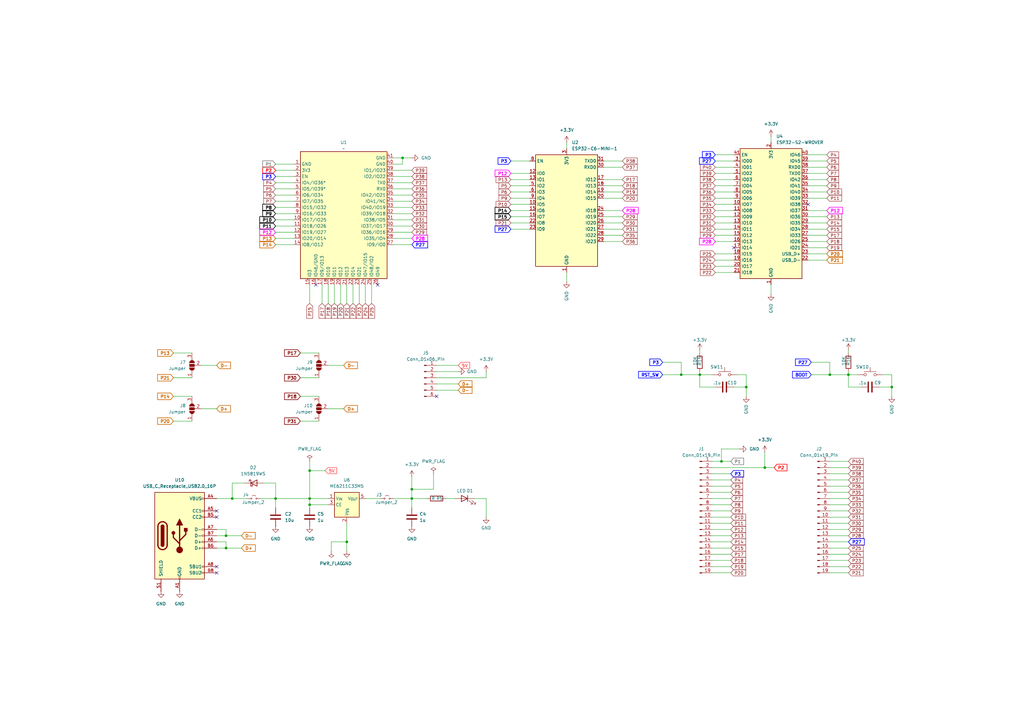
<source format=kicad_sch>
(kicad_sch (version 20250114) (generator "eeschema") (generator_version "9.0")
  (paper "A3")
  (junction (at 365.76 158.75))
  (junction (at 142.24 222.25))
  (junction (at 347.98 153.67))
  (junction (at 168.91 200.66))
  (junction (at 95.25 204.47))
  (junction (at 165.1 64.77))
  (junction (at 127 204.47))
  (junction (at 92.71 224.79))
  (junction (at 306.07 158.75))
  (junction (at 113.03 204.47))
  (junction (at 340.36 153.67))
  (junction (at 279.4 153.67))
  (junction (at 127 207.01))
  (junction (at 168.91 204.47))
  (junction (at 295.91 189.23))
  (junction (at 92.71 219.71))
  (junction (at 127 193.04))
  (junction (at 287.02 153.67))
  (junction (at 313.69 191.77))
  (no_connect (at 331.47 83.82))
  (no_connect (at 154.94 116.84))
  (no_connect (at 88.9 209.55))
  (no_connect (at 179.07 162.56))
  (no_connect (at 300.99 101.6))
  (no_connect (at 88.9 234.95))
  (no_connect (at 88.9 212.09))
  (no_connect (at 129.54 116.84))
  (no_connect (at 88.9 232.41))
  (wire (pts (xy 339.09 93.98) (xy 331.47 93.98)))
  (wire (pts (xy 293.37 68.58) (xy 300.99 68.58)))
  (wire (pts (xy 299.72 207.01) (xy 292.1 207.01)))
  (wire (pts (xy 134.62 124.46) (xy 134.62 116.84)))
  (wire (pts (xy 299.72 227.33) (xy 292.1 227.33)))
  (wire (pts (xy 113.03 100.33) (xy 120.65 100.33)))
  (wire (pts (xy 293.37 109.22) (xy 300.99 109.22)))
  (wire (pts (xy 255.27 93.98) (xy 247.65 93.98)))
  (wire (pts (xy 113.03 74.93) (xy 120.65 74.93)))
  (wire (pts (xy 106.68 204.47) (xy 113.03 204.47)))
  (wire (pts (xy 209.55 88.9) (xy 217.17 88.9)))
  (wire (pts (xy 168.91 87.63) (xy 161.29 87.63)))
  (wire (pts (xy 347.98 153.67) (xy 347.98 158.75)))
  (wire (pts (xy 139.7 124.46) (xy 139.7 116.84)))
  (wire (pts (xy 127 208.28) (xy 127 207.01)))
  (wire (pts (xy 299.72 201.93) (xy 292.1 201.93)))
  (wire (pts (xy 292.1 153.67) (xy 287.02 153.67)))
  (wire (pts (xy 299.72 209.55) (xy 292.1 209.55)))
  (wire (pts (xy 293.37 71.12) (xy 300.99 71.12)))
  (wire (pts (xy 299.72 222.25) (xy 292.1 222.25)))
  (wire (pts (xy 168.91 80.01) (xy 161.29 80.01)))
  (wire (pts (xy 232.41 111.76) (xy 232.41 115.57)))
  (wire (pts (xy 92.71 224.79) (xy 99.06 224.79)))
  (wire (pts (xy 293.37 83.82) (xy 300.99 83.82)))
  (wire (pts (xy 339.09 104.14) (xy 331.47 104.14)))
  (wire (pts (xy 316.23 55.88) (xy 316.23 58.42)))
  (wire (pts (xy 347.98 212.09) (xy 340.36 212.09)))
  (wire (pts (xy 209.55 83.82) (xy 217.17 83.82)))
  (wire (pts (xy 168.91 92.71) (xy 161.29 92.71)))
  (wire (pts (xy 113.03 90.17) (xy 120.65 90.17)))
  (wire (pts (xy 92.71 219.71) (xy 99.06 219.71)))
  (wire (pts (xy 134.62 167.64) (xy 140.97 167.64)))
  (wire (pts (xy 127 189.23) (xy 127 193.04)))
  (wire (pts (xy 147.32 124.46) (xy 147.32 116.84)))
  (wire (pts (xy 279.4 148.59) (xy 279.4 153.67)))
  (wire (pts (xy 135.89 222.25) (xy 135.89 226.06)))
  (wire (pts (xy 209.55 81.28) (xy 217.17 81.28)))
  (wire (pts (xy 113.03 80.01) (xy 120.65 80.01)))
  (wire (pts (xy 199.39 212.09) (xy 199.39 204.47)))
  (wire (pts (xy 271.78 153.67) (xy 279.4 153.67)))
  (wire (pts (xy 127 207.01) (xy 134.62 207.01)))
  (wire (pts (xy 293.37 99.06) (xy 300.99 99.06)))
  (wire (pts (xy 127 204.47) (xy 134.62 204.47)))
  (wire (pts (xy 339.09 81.28) (xy 331.47 81.28)))
  (wire (pts (xy 168.91 82.55) (xy 161.29 82.55)))
  (wire (pts (xy 149.86 204.47) (xy 156.21 204.47)))
  (wire (pts (xy 168.91 95.25) (xy 161.29 95.25)))
  (wire (pts (xy 142.24 222.25) (xy 142.24 226.06)))
  (wire (pts (xy 134.62 149.86) (xy 140.97 149.86)))
  (wire (pts (xy 165.1 64.77) (xy 168.91 64.77)))
  (wire (pts (xy 365.76 162.56) (xy 365.76 158.75)))
  (wire (pts (xy 340.36 153.67) (xy 347.98 153.67)))
  (wire (pts (xy 255.27 86.36) (xy 247.65 86.36)))
  (wire (pts (xy 339.09 99.06) (xy 331.47 99.06)))
  (wire (pts (xy 299.72 224.79) (xy 292.1 224.79)))
  (wire (pts (xy 293.37 81.28) (xy 300.99 81.28)))
  (wire (pts (xy 347.98 224.79) (xy 340.36 224.79)))
  (wire (pts (xy 209.55 71.12) (xy 217.17 71.12)))
  (wire (pts (xy 339.09 71.12) (xy 331.47 71.12)))
  (wire (pts (xy 299.72 196.85) (xy 292.1 196.85)))
  (wire (pts (xy 347.98 219.71) (xy 340.36 219.71)))
  (wire (pts (xy 88.9 224.79) (xy 92.71 224.79)))
  (wire (pts (xy 168.91 72.39) (xy 161.29 72.39)))
  (wire (pts (xy 113.03 204.47) (xy 127 204.47)))
  (wire (pts (xy 339.09 96.52) (xy 331.47 96.52)))
  (wire (pts (xy 168.91 204.47) (xy 168.91 208.28)))
  (wire (pts (xy 88.9 204.47) (xy 95.25 204.47)))
  (wire (pts (xy 95.25 198.12) (xy 100.33 198.12)))
  (wire (pts (xy 88.9 217.17) (xy 92.71 217.17)))
  (wire (pts (xy 107.95 198.12) (xy 113.03 198.12)))
  (wire (pts (xy 209.55 78.74) (xy 217.17 78.74)))
  (wire (pts (xy 339.09 66.04) (xy 331.47 66.04)))
  (wire (pts (xy 293.37 104.14) (xy 300.99 104.14)))
  (wire (pts (xy 168.91 200.66) (xy 168.91 204.47)))
  (wire (pts (xy 293.37 73.66) (xy 300.99 73.66)))
  (wire (pts (xy 137.16 124.46) (xy 137.16 116.84)))
  (wire (pts (xy 339.09 88.9) (xy 331.47 88.9)))
  (wire (pts (xy 299.72 217.17) (xy 292.1 217.17)))
  (wire (pts (xy 209.55 76.2) (xy 217.17 76.2)))
  (wire (pts (xy 339.09 91.44) (xy 331.47 91.44)))
  (wire (pts (xy 113.03 85.09) (xy 120.65 85.09)))
  (wire (pts (xy 306.07 158.75) (xy 300.99 158.75)))
  (wire (pts (xy 293.37 63.5) (xy 300.99 63.5)))
  (wire (pts (xy 347.98 229.87) (xy 340.36 229.87)))
  (wire (pts (xy 123.19 172.72) (xy 130.81 172.72)))
  (wire (pts (xy 71.12 154.94) (xy 78.74 154.94)))
  (wire (pts (xy 347.98 234.95) (xy 340.36 234.95)))
  (wire (pts (xy 347.98 227.33) (xy 340.36 227.33)))
  (wire (pts (xy 293.37 86.36) (xy 300.99 86.36)))
  (wire (pts (xy 149.86 124.46) (xy 149.86 116.84)))
  (wire (pts (xy 306.07 153.67) (xy 302.26 153.67)))
  (wire (pts (xy 113.03 198.12) (xy 113.03 204.47)))
  (wire (pts (xy 161.29 67.31) (xy 165.1 67.31)))
  (wire (pts (xy 293.37 91.44) (xy 300.99 91.44)))
  (wire (pts (xy 306.07 153.67) (xy 306.07 158.75)))
  (wire (pts (xy 133.35 193.04) (xy 127 193.04)))
  (wire (pts (xy 113.03 72.39) (xy 120.65 72.39)))
  (wire (pts (xy 339.09 76.2) (xy 331.47 76.2)))
  (wire (pts (xy 347.98 144.78) (xy 347.98 143.51)))
  (wire (pts (xy 347.98 214.63) (xy 340.36 214.63)))
  (wire (pts (xy 255.27 76.2) (xy 247.65 76.2)))
  (wire (pts (xy 293.37 93.98) (xy 300.99 93.98)))
  (wire (pts (xy 113.03 97.79) (xy 120.65 97.79)))
  (wire (pts (xy 339.09 78.74) (xy 331.47 78.74)))
  (wire (pts (xy 168.91 74.93) (xy 161.29 74.93)))
  (wire (pts (xy 113.03 69.85) (xy 120.65 69.85)))
  (wire (pts (xy 123.19 154.94) (xy 130.81 154.94)))
  (wire (pts (xy 293.37 76.2) (xy 300.99 76.2)))
  (wire (pts (xy 347.98 209.55) (xy 340.36 209.55)))
  (wire (pts (xy 339.09 101.6) (xy 331.47 101.6)))
  (wire (pts (xy 127 207.01) (xy 127 204.47)))
  (wire (pts (xy 209.55 86.36) (xy 217.17 86.36)))
  (wire (pts (xy 293.37 88.9) (xy 300.99 88.9)))
  (wire (pts (xy 299.72 194.31) (xy 292.1 194.31)))
  (wire (pts (xy 279.4 153.67) (xy 287.02 153.67)))
  (wire (pts (xy 339.09 68.58) (xy 331.47 68.58)))
  (wire (pts (xy 299.72 199.39) (xy 292.1 199.39)))
  (wire (pts (xy 199.39 204.47) (xy 194.31 204.47)))
  (wire (pts (xy 347.98 191.77) (xy 340.36 191.77)))
  (wire (pts (xy 209.55 66.04) (xy 217.17 66.04)))
  (wire (pts (xy 113.03 92.71) (xy 120.65 92.71)))
  (wire (pts (xy 187.96 149.86) (xy 179.07 149.86)))
  (wire (pts (xy 71.12 162.56) (xy 78.74 162.56)))
  (wire (pts (xy 179.07 160.02) (xy 187.96 160.02)))
  (wire (pts (xy 293.37 78.74) (xy 300.99 78.74)))
  (wire (pts (xy 347.98 201.93) (xy 340.36 201.93)))
  (wire (pts (xy 339.09 73.66) (xy 331.47 73.66)))
  (wire (pts (xy 209.55 73.66) (xy 217.17 73.66)))
  (wire (pts (xy 186.69 204.47) (xy 182.88 204.47)))
  (wire (pts (xy 347.98 194.31) (xy 340.36 194.31)))
  (wire (pts (xy 168.91 195.58) (xy 168.91 200.66)))
  (wire (pts (xy 299.72 204.47) (xy 292.1 204.47)))
  (wire (pts (xy 351.79 153.67) (xy 347.98 153.67)))
  (wire (pts (xy 365.76 153.67) (xy 365.76 158.75)))
  (wire (pts (xy 168.91 97.79) (xy 161.29 97.79)))
  (wire (pts (xy 152.4 124.46) (xy 152.4 116.84)))
  (wire (pts (xy 161.29 64.77) (xy 165.1 64.77)))
  (wire (pts (xy 113.03 95.25) (xy 120.65 95.25)))
  (wire (pts (xy 82.55 149.86) (xy 88.9 149.86)))
  (wire (pts (xy 168.91 100.33) (xy 161.29 100.33)))
  (wire (pts (xy 293.37 66.04) (xy 300.99 66.04)))
  (wire (pts (xy 168.91 200.66) (xy 177.8 200.66)))
  (wire (pts (xy 255.27 73.66) (xy 247.65 73.66)))
  (wire (pts (xy 113.03 208.28) (xy 113.03 204.47)))
  (wire (pts (xy 199.39 154.94) (xy 179.07 154.94)))
  (wire (pts (xy 287.02 152.4) (xy 287.02 153.67)))
  (wire (pts (xy 339.09 86.36) (xy 331.47 86.36)))
  (wire (pts (xy 316.23 116.84) (xy 316.23 120.65)))
  (wire (pts (xy 347.98 152.4) (xy 347.98 153.67)))
  (wire (pts (xy 313.69 191.77) (xy 313.69 185.42)))
  (wire (pts (xy 71.12 144.78) (xy 78.74 144.78)))
  (wire (pts (xy 161.29 204.47) (xy 168.91 204.47)))
  (wire (pts (xy 347.98 196.85) (xy 340.36 196.85)))
  (wire (pts (xy 142.24 214.63) (xy 142.24 222.25)))
  (wire (pts (xy 347.98 232.41) (xy 340.36 232.41)))
  (wire (pts (xy 353.06 158.75) (xy 347.98 158.75)))
  (wire (pts (xy 175.26 204.47) (xy 168.91 204.47)))
  (wire (pts (xy 332.74 148.59) (xy 340.36 148.59)))
  (wire (pts (xy 82.55 167.64) (xy 88.9 167.64)))
  (wire (pts (xy 295.91 184.15) (xy 295.91 189.23)))
  (wire (pts (xy 299.72 234.95) (xy 292.1 234.95)))
  (wire (pts (xy 92.71 224.79) (xy 92.71 222.25)))
  (wire (pts (xy 135.89 222.25) (xy 142.24 222.25)))
  (wire (pts (xy 255.27 66.04) (xy 247.65 66.04)))
  (wire (pts (xy 293.37 158.75) (xy 287.02 158.75)))
  (wire (pts (xy 113.03 87.63) (xy 120.65 87.63)))
  (wire (pts (xy 299.72 229.87) (xy 292.1 229.87)))
  (wire (pts (xy 142.24 124.46) (xy 142.24 116.84)))
  (wire (pts (xy 340.36 189.23) (xy 347.98 189.23)))
  (wire (pts (xy 177.8 200.66) (xy 177.8 194.31)))
  (wire (pts (xy 168.91 69.85) (xy 161.29 69.85)))
  (wire (pts (xy 287.02 153.67) (xy 287.02 158.75)))
  (wire (pts (xy 199.39 152.4) (xy 199.39 154.94)))
  (wire (pts (xy 287.02 144.78) (xy 287.02 143.51)))
  (wire (pts (xy 255.27 96.52) (xy 247.65 96.52)))
  (wire (pts (xy 365.76 158.75) (xy 360.68 158.75)))
  (wire (pts (xy 255.27 78.74) (xy 247.65 78.74)))
  (wire (pts (xy 168.91 90.17) (xy 161.29 90.17)))
  (wire (pts (xy 232.41 58.42) (xy 232.41 60.96)))
  (wire (pts (xy 88.9 219.71) (xy 92.71 219.71)))
  (wire (pts (xy 347.98 204.47) (xy 340.36 204.47)))
  (wire (pts (xy 144.78 124.46) (xy 144.78 116.84)))
  (wire (pts (xy 123.19 144.78) (xy 130.81 144.78)))
  (wire (pts (xy 71.12 172.72) (xy 78.74 172.72)))
  (wire (pts (xy 299.72 219.71) (xy 292.1 219.71)))
  (wire (pts (xy 209.55 91.44) (xy 217.17 91.44)))
  (wire (pts (xy 209.55 93.98) (xy 217.17 93.98)))
  (wire (pts (xy 303.53 184.15) (xy 295.91 184.15)))
  (wire (pts (xy 92.71 219.71) (xy 92.71 217.17)))
  (wire (pts (xy 299.72 212.09) (xy 292.1 212.09)))
  (wire (pts (xy 95.25 198.12) (xy 95.25 204.47)))
  (wire (pts (xy 127 193.04) (xy 127 204.47)))
  (wire (pts (xy 347.98 207.01) (xy 340.36 207.01)))
  (wire (pts (xy 306.07 162.56) (xy 306.07 158.75)))
  (wire (pts (xy 347.98 217.17) (xy 340.36 217.17)))
  (wire (pts (xy 365.76 153.67) (xy 361.95 153.67)))
  (wire (pts (xy 255.27 91.44) (xy 247.65 91.44)))
  (wire (pts (xy 299.72 189.23) (xy 295.91 189.23)))
  (wire (pts (xy 313.69 191.77) (xy 292.1 191.77)))
  (wire (pts (xy 299.72 232.41) (xy 292.1 232.41)))
  (wire (pts (xy 113.03 82.55) (xy 120.65 82.55)))
  (wire (pts (xy 293.37 96.52) (xy 300.99 96.52)))
  (wire (pts (xy 339.09 106.68) (xy 331.47 106.68)))
  (wire (pts (xy 255.27 88.9) (xy 247.65 88.9)))
  (wire (pts (xy 339.09 63.5) (xy 331.47 63.5)))
  (wire (pts (xy 123.19 162.56) (xy 130.81 162.56)))
  (wire (pts (xy 271.78 148.59) (xy 279.4 148.59)))
  (wire (pts (xy 88.9 222.25) (xy 92.71 222.25)))
  (wire (pts (xy 299.72 214.63) (xy 292.1 214.63)))
  (wire (pts (xy 255.27 81.28) (xy 247.65 81.28)))
  (wire (pts (xy 347.98 222.25) (xy 340.36 222.25)))
  (wire (pts (xy 332.74 153.67) (xy 340.36 153.67)))
  (wire (pts (xy 317.5 191.77) (xy 313.69 191.77)))
  (wire (pts (xy 113.03 67.31) (xy 120.65 67.31)))
  (wire (pts (xy 295.91 189.23) (xy 292.1 189.23)))
  (wire (pts (xy 168.91 77.47) (xy 161.29 77.47)))
  (wire (pts (xy 179.07 152.4) (xy 187.96 152.4)))
  (wire (pts (xy 179.07 157.48) (xy 187.96 157.48)))
  (wire (pts (xy 293.37 111.76) (xy 300.99 111.76)))
  (wire (pts (xy 168.91 85.09) (xy 161.29 85.09)))
  (wire (pts (xy 293.37 106.68) (xy 300.99 106.68)))
  (wire (pts (xy 165.1 64.77) (xy 165.1 67.31)))
  (wire (pts (xy 127 124.46) (xy 127 116.84)))
  (wire (pts (xy 132.08 124.46) (xy 132.08 116.84)))
  (wire (pts (xy 255.27 68.58) (xy 247.65 68.58)))
  (wire (pts (xy 95.25 204.47) (xy 101.6 204.47)))
  (wire (pts (xy 255.27 99.06) (xy 247.65 99.06)))
  (wire (pts (xy 113.03 77.47) (xy 120.65 77.47)))
  (wire (pts (xy 347.98 199.39) (xy 340.36 199.39)))
  (wire (pts (xy 340.36 148.59) (xy 340.36 153.67)))
  (global_label "P33" (shape input) (at 293.37 86.36 180) (property "Intersheetrefs" "${INTERSHEET_REFS}" (effects (hide yes))))
  (global_label "P23" (shape input) (at 147.32 124.46 270) (property "Intersheetrefs" "${INTERSHEET_REFS}" (effects (hide yes))))
  (global_label "RST_SW" (shape input) (at 271.78 153.67 180) (effects (font (thickness 0.254) (bold yes))) (property "Intersheetrefs" "${INTERSHEET_REFS}" (effects (hide yes))))
  (global_label "P28" (shape input) (at 347.98 219.71 0) (property "Intersheetrefs" "${INTERSHEET_REFS}" (effects (hide yes))))
  (global_label "P3" (shape input) (at 271.78 148.59 180) (effects (font (thickness 0.254) (bold yes))) (property "Intersheetrefs" "${INTERSHEET_REFS}" (effects (hide yes))))
  (global_label "P30" (shape input) (at 293.37 93.98 180) (property "Intersheetrefs" "${INTERSHEET_REFS}" (effects (hide yes))))
  (global_label "P12" (shape input) (at 339.09 86.36 0) (effects (font (thickness 0.254) (bold yes))) (property "Intersheetrefs" "${INTERSHEET_REFS}" (effects (hide yes))))
  (global_label "P33" (shape input) (at 168.91 85.09 0) (property "Intersheetrefs" "${INTERSHEET_REFS}" (effects (hide yes))))
  (global_label "P3" (shape input) (at 299.72 194.31 0) (effects (font (thickness 0.254) (bold yes))) (property "Intersheetrefs" "${INTERSHEET_REFS}" (effects (hide yes))))
  (global_label "P9" (shape input) (at 299.72 209.55 0) (property "Intersheetrefs" "${INTERSHEET_REFS}" (effects (hide yes))))
  (global_label "P5" (shape input) (at 113.03 77.47 180) (property "Intersheetrefs" "${INTERSHEET_REFS}" (effects (hide yes))))
  (global_label "P17" (shape input) (at 299.72 227.33 0) (property "Intersheetrefs" "${INTERSHEET_REFS}" (effects (hide yes))))
  (global_label "P29" (shape input) (at 168.91 95.25 0) (property "Intersheetrefs" "${INTERSHEET_REFS}" (effects (hide yes))))
  (global_label "P37" (shape input) (at 347.98 196.85 0) (property "Intersheetrefs" "${INTERSHEET_REFS}" (effects (hide yes))))
  (global_label "P5" (shape input) (at 299.72 199.39 0) (property "Intersheetrefs" "${INTERSHEET_REFS}" (effects (hide yes))))
  (global_label "P20" (shape input) (at 71.12 172.72 180) (effects (font (thickness 0.254) (bold yes))) (property "Intersheetrefs" "${INTERSHEET_REFS}" (effects (hide yes))))
  (global_label "P11" (shape input) (at 113.03 92.71 180) (effects (font (thickness 0.254) (bold yes))) (property "Intersheetrefs" "${INTERSHEET_REFS}" (effects (hide yes))))
  (global_label "P23" (shape input) (at 293.37 109.22 180) (property "Intersheetrefs" "${INTERSHEET_REFS}" (effects (hide yes))))
  (global_label "P31" (shape input) (at 347.98 212.09 0) (property "Intersheetrefs" "${INTERSHEET_REFS}" (effects (hide yes))))
  (global_label "P18" (shape input) (at 123.19 162.56 180) (effects (font (thickness 0.254) (bold yes))) (property "Intersheetrefs" "${INTERSHEET_REFS}" (effects (hide yes))))
  (global_label "P1" (shape input) (at 299.72 189.23 0) (effects (font (thickness 0.254) (bold yes))) (property "Intersheetrefs" "${INTERSHEET_REFS}" (effects (hide yes))))
  (global_label "P4" (shape input) (at 339.09 63.5 0) (property "Intersheetrefs" "${INTERSHEET_REFS}" (effects (hide yes))))
  (global_label "P21" (shape input) (at 71.12 154.94 180) (effects (font (thickness 0.254) (bold yes))) (property "Intersheetrefs" "${INTERSHEET_REFS}" (effects (hide yes))))
  (global_label "P18" (shape input) (at 339.09 99.06 0) (property "Intersheetrefs" "${INTERSHEET_REFS}" (effects (hide yes))))
  (global_label "P19" (shape input) (at 137.16 124.46 270) (property "Intersheetrefs" "${INTERSHEET_REFS}" (effects (hide yes))))
  (global_label "P27" (shape input) (at 293.37 66.04 180) (effects (font (thickness 0.254) (bold yes))) (property "Intersheetrefs" "${INTERSHEET_REFS}" (effects (hide yes))))
  (global_label "P20" (shape input) (at 139.7 124.46 270) (property "Intersheetrefs" "${INTERSHEET_REFS}" (effects (hide yes))))
  (global_label "P7" (shape input) (at 299.72 204.47 0) (property "Intersheetrefs" "${INTERSHEET_REFS}" (effects (hide yes))))
  (global_label "D+" (shape input) (at 187.96 157.48 0) (effects (font (thickness 0.254) (bold yes))) (property "Intersheetrefs" "${INTERSHEET_REFS}" (effects (hide yes))))
  (global_label "P5" (shape input) (at 339.09 66.04 0) (property "Intersheetrefs" "${INTERSHEET_REFS}" (effects (hide yes))))
  (global_label "P3" (shape input) (at 113.03 72.39 180) (effects (font (thickness 0.254) (bold yes))) (property "Intersheetrefs" "${INTERSHEET_REFS}" (effects (hide yes))))
  (global_label "P10" (shape input) (at 339.09 78.74 0) (property "Intersheetrefs" "${INTERSHEET_REFS}" (effects (hide yes))))
  (global_label "D+" (shape input) (at 88.9 167.64 0) (effects (font (thickness 0.254) (bold yes))) (property "Intersheetrefs" "${INTERSHEET_REFS}" (effects (hide yes))))
  (global_label "P2" (shape input) (at 113.03 69.85 180) (effects (font (thickness 0.254) (bold yes))) (property "Intersheetrefs" "${INTERSHEET_REFS}" (effects (hide yes))))
  (global_label "P35" (shape input) (at 255.27 96.52 0) (property "Intersheetrefs" "${INTERSHEET_REFS}" (effects (hide yes))))
  (global_label "D-" (shape input) (at 187.96 160.02 0) (effects (font (thickness 0.254) (bold yes))) (property "Intersheetrefs" "${INTERSHEET_REFS}" (effects (hide yes))))
  (global_label "P7" (shape input) (at 339.09 71.12 0) (property "Intersheetrefs" "${INTERSHEET_REFS}" (effects (hide yes))))
  (global_label "P37" (shape input) (at 168.91 74.93 0) (property "Intersheetrefs" "${INTERSHEET_REFS}" (effects (hide yes))))
  (global_label "P4" (shape input) (at 299.72 196.85 0) (property "Intersheetrefs" "${INTERSHEET_REFS}" (effects (hide yes))))
  (global_label "P30" (shape input) (at 255.27 91.44 0) (property "Intersheetrefs" "${INTERSHEET_REFS}" (effects (hide yes))))
  (global_label "P34" (shape input) (at 347.98 204.47 0) (property "Intersheetrefs" "${INTERSHEET_REFS}" (effects (hide yes))))
  (global_label "P31" (shape input) (at 293.37 91.44 180) (property "Intersheetrefs" "${INTERSHEET_REFS}" (effects (hide yes))))
  (global_label "P11" (shape input) (at 339.09 81.28 0) (property "Intersheetrefs" "${INTERSHEET_REFS}" (effects (hide yes))))
  (global_label "P21" (shape input) (at 347.98 234.95 0) (property "Intersheetrefs" "${INTERSHEET_REFS}" (effects (hide yes))))
  (global_label "P12" (shape input) (at 209.55 71.12 180) (effects (font (thickness 0.254) (bold yes))) (property "Intersheetrefs" "${INTERSHEET_REFS}" (effects (hide yes))))
  (global_label "P34" (shape input) (at 168.91 82.55 0) (property "Intersheetrefs" "${INTERSHEET_REFS}" (effects (hide yes))))
  (global_label "P12" (shape input) (at 299.72 217.17 0) (property "Intersheetrefs" "${INTERSHEET_REFS}" (effects (hide yes))))
  (global_label "P13" (shape input) (at 299.72 219.71 0) (property "Intersheetrefs" "${INTERSHEET_REFS}" (effects (hide yes))))
  (global_label "P36" (shape input) (at 168.91 77.47 0) (property "Intersheetrefs" "${INTERSHEET_REFS}" (effects (hide yes))))
  (global_label "P20" (shape input) (at 255.27 81.28 0) (property "Intersheetrefs" "${INTERSHEET_REFS}" (effects (hide yes))))
  (global_label "P6" (shape input) (at 299.72 201.93 0) (property "Intersheetrefs" "${INTERSHEET_REFS}" (effects (hide yes))))
  (global_label "P28" (shape input) (at 255.27 86.36 0) (effects (font (thickness 0.254) (bold yes))) (property "Intersheetrefs" "${INTERSHEET_REFS}" (effects (hide yes))))
  (global_label "P21" (shape input) (at 142.24 124.46 270) (property "Intersheetrefs" "${INTERSHEET_REFS}" (effects (hide yes))))
  (global_label "P18" (shape input) (at 299.72 229.87 0) (property "Intersheetrefs" "${INTERSHEET_REFS}" (effects (hide yes))))
  (global_label "P25" (shape input) (at 152.4 124.46 270) (property "Intersheetrefs" "${INTERSHEET_REFS}" (effects (hide yes))))
  (global_label "D-" (shape input) (at 99.06 219.71 0) (effects (font (thickness 0.254) (bold yes))) (property "Intersheetrefs" "${INTERSHEET_REFS}" (effects (hide yes))))
  (global_label "P30" (shape input) (at 168.91 92.71 0) (property "Intersheetrefs" "${INTERSHEET_REFS}" (effects (hide yes))))
  (global_label "P34" (shape input) (at 293.37 83.82 180) (property "Intersheetrefs" "${INTERSHEET_REFS}" (effects (hide yes))))
  (global_label "P36" (shape input) (at 255.27 99.06 0) (property "Intersheetrefs" "${INTERSHEET_REFS}" (effects (hide yes))))
  (global_label "P28" (shape input) (at 293.37 99.06 180) (effects (font (thickness 0.254) (bold yes))) (property "Intersheetrefs" "${INTERSHEET_REFS}" (effects (hide yes))))
  (global_label "P19" (shape input) (at 299.72 232.41 0) (property "Intersheetrefs" "${INTERSHEET_REFS}" (effects (hide yes))))
  (global_label "P38" (shape input) (at 347.98 194.31 0) (property "Intersheetrefs" "${INTERSHEET_REFS}" (effects (hide yes))))
  (global_label "P40" (shape input) (at 293.37 68.58 180) (property "Intersheetrefs" "${INTERSHEET_REFS}" (effects (hide yes))))
  (global_label "P4" (shape input) (at 113.03 74.93 180) (property "Intersheetrefs" "${INTERSHEET_REFS}" (effects (hide yes))))
  (global_label "P15" (shape input) (at 127 124.46 270) (property "Intersheetrefs" "${INTERSHEET_REFS}" (effects (hide yes))))
  (global_label "P24" (shape input) (at 293.37 106.68 180) (property "Intersheetrefs" "${INTERSHEET_REFS}" (effects (hide yes))))
  (global_label "P33" (shape input) (at 347.98 207.01 0) (property "Intersheetrefs" "${INTERSHEET_REFS}" (effects (hide yes))))
  (global_label "P17" (shape input) (at 132.08 124.46 270) (property "Intersheetrefs" "${INTERSHEET_REFS}" (effects (hide yes))))
  (global_label "P12" (shape input) (at 113.03 95.25 180) (effects (font (thickness 0.254) (bold yes))) (property "Intersheetrefs" "${INTERSHEET_REFS}" (effects (hide yes))))
  (global_label "P20" (shape input) (at 339.09 104.14 0) (effects (font (thickness 0.254) (bold yes))) (property "Intersheetrefs" "${INTERSHEET_REFS}" (effects (hide yes))))
  (global_label "P36" (shape input) (at 293.37 78.74 180) (property "Intersheetrefs" "${INTERSHEET_REFS}" (effects (hide yes))))
  (global_label "P3" (shape input) (at 293.37 63.5 180) (effects (font (thickness 0.254) (bold yes))) (property "Intersheetrefs" "${INTERSHEET_REFS}" (effects (hide yes))))
  (global_label "P14" (shape input) (at 113.03 100.33 180) (effects (font (thickness 0.254) (bold yes))) (property "Intersheetrefs" "${INTERSHEET_REFS}" (effects (hide yes))))
  (global_label "P24" (shape input) (at 149.86 124.46 270) (property "Intersheetrefs" "${INTERSHEET_REFS}" (effects (hide yes))))
  (global_label "P21" (shape input) (at 339.09 106.68 0) (effects (font (thickness 0.254) (bold yes))) (property "Intersheetrefs" "${INTERSHEET_REFS}" (effects (hide yes))))
  (global_label "P19" (shape input) (at 339.09 101.6 0) (property "Intersheetrefs" "${INTERSHEET_REFS}" (effects (hide yes))))
  (global_label "P31" (shape input) (at 168.91 90.17 0) (property "Intersheetrefs" "${INTERSHEET_REFS}" (effects (hide yes))))
  (global_label "P19" (shape input) (at 255.27 78.74 0) (property "Intersheetrefs" "${INTERSHEET_REFS}" (effects (hide yes))))
  (global_label "P37" (shape input) (at 293.37 76.2 180) (property "Intersheetrefs" "${INTERSHEET_REFS}" (effects (hide yes))))
  (global_label "P27" (shape input) (at 347.98 222.25 0) (effects (font (thickness 0.254) (bold yes))) (property "Intersheetrefs" "${INTERSHEET_REFS}" (effects (hide yes))))
  (global_label "P3" (shape input) (at 209.55 66.04 180) (effects (font (thickness 0.254) (bold yes))) (property "Intersheetrefs" "${INTERSHEET_REFS}" (effects (hide yes))))
  (global_label "P13" (shape input) (at 113.03 97.79 180) (effects (font (thickness 0.254) (bold yes))) (property "Intersheetrefs" "${INTERSHEET_REFS}" (effects (hide yes))))
  (global_label "P17" (shape input) (at 123.19 144.78 180) (effects (font (thickness 0.254) (bold yes))) (property "Intersheetrefs" "${INTERSHEET_REFS}" (effects (hide yes))))
  (global_label "P29" (shape input) (at 255.27 88.9 0) (property "Intersheetrefs" "${INTERSHEET_REFS}" (effects (hide yes))))
  (global_label "P14" (shape input) (at 299.72 222.25 0) (property "Intersheetrefs" "${INTERSHEET_REFS}" (effects (hide yes))))
  (global_label "P7" (shape input) (at 113.03 82.55 180) (property "Intersheetrefs" "${INTERSHEET_REFS}" (effects (hide yes))))
  (global_label "P8" (shape input) (at 339.09 73.66 0) (property "Intersheetrefs" "${INTERSHEET_REFS}" (effects (hide yes))))
  (global_label "P8" (shape input) (at 113.03 85.09 180) (effects (font (thickness 0.254) (bold yes))) (property "Intersheetrefs" "${INTERSHEET_REFS}" (effects (hide yes))))
  (global_label "P14" (shape input) (at 71.12 162.56 180) (effects (font (thickness 0.254) (bold yes))) (property "Intersheetrefs" "${INTERSHEET_REFS}" (effects (hide yes))))
  (global_label "D-" (shape input) (at 140.97 149.86 0) (effects (font (thickness 0.254) (bold yes))) (property "Intersheetrefs" "${INTERSHEET_REFS}" (effects (hide yes))))
  (global_label "5V" (shape input) (at 133.35 193.04 0) (property "Intersheetrefs" "${INTERSHEET_REFS}" (effects (hide yes))))
  (global_label "P2" (shape input) (at 317.5 191.77 0) (effects (font (thickness 0.254) (bold yes))) (property "Intersheetrefs" "${INTERSHEET_REFS}" (effects (hide yes))))
  (global_label "P13" (shape input) (at 71.12 144.78 180) (effects (font (thickness 0.254) (bold yes))) (property "Intersheetrefs" "${INTERSHEET_REFS}" (effects (hide yes))))
  (global_label "P24" (shape input) (at 347.98 227.33 0) (property "Intersheetrefs" "${INTERSHEET_REFS}" (effects (hide yes))))
  (global_label "P38" (shape input) (at 293.37 73.66 180) (property "Intersheetrefs" "${INTERSHEET_REFS}" (effects (hide yes))))
  (global_label "P37" (shape input) (at 255.27 68.58 0) (property "Intersheetrefs" "${INTERSHEET_REFS}" (effects (hide yes))))
  (global_label "P35" (shape input) (at 293.37 81.28 180) (property "Intersheetrefs" "${INTERSHEET_REFS}" (effects (hide yes))))
  (global_label "P27" (shape input) (at 168.91 100.33 0) (effects (font (thickness 0.254) (bold yes))) (property "Intersheetrefs" "${INTERSHEET_REFS}" (effects (hide yes))))
  (global_label "P29" (shape input) (at 347.98 217.17 0) (property "Intersheetrefs" "${INTERSHEET_REFS}" (effects (hide yes))))
  (global_label "P38" (shape input) (at 255.27 66.04 0) (property "Intersheetrefs" "${INTERSHEET_REFS}" (effects (hide yes))))
  (global_label "P28" (shape input) (at 168.91 97.79 0) (effects (font (thickness 0.254) (bold yes))) (property "Intersheetrefs" "${INTERSHEET_REFS}" (effects (hide yes))))
  (global_label "P6" (shape input) (at 113.03 80.01 180) (property "Intersheetrefs" "${INTERSHEET_REFS}" (effects (hide yes))))
  (global_label "P14" (shape input) (at 339.09 91.44 0) (property "Intersheetrefs" "${INTERSHEET_REFS}" (effects (hide yes))))
  (global_label "P9" (shape input) (at 339.09 76.2 0) (property "Intersheetrefs" "${INTERSHEET_REFS}" (effects (hide yes))))
  (global_label "P25" (shape input) (at 347.98 224.79 0) (property "Intersheetrefs" "${INTERSHEET_REFS}" (effects (hide yes))))
  (global_label "P32" (shape input) (at 168.91 87.63 0) (property "Intersheetrefs" "${INTERSHEET_REFS}" (effects (hide yes))))
  (global_label "P22" (shape input) (at 347.98 232.41 0) (property "Intersheetrefs" "${INTERSHEET_REFS}" (effects (hide yes))))
  (global_label "D-" (shape input) (at 88.9 149.86 0) (effects (font (thickness 0.254) (bold yes))) (property "Intersheetrefs" "${INTERSHEET_REFS}" (effects (hide yes))))
  (global_label "P13" (shape input) (at 339.09 88.9 0) (property "Intersheetrefs" "${INTERSHEET_REFS}" (effects (hide yes))))
  (global_label "P8" (shape input) (at 299.72 207.01 0) (property "Intersheetrefs" "${INTERSHEET_REFS}" (effects (hide yes))))
  (global_label "P10" (shape input) (at 299.72 212.09 0) (property "Intersheetrefs" "${INTERSHEET_REFS}" (effects (hide yes))))
  (global_label "P39" (shape input) (at 347.98 191.77 0) (property "Intersheetrefs" "${INTERSHEET_REFS}" (effects (hide yes))))
  (global_label "P14" (shape input) (at 209.55 86.36 180) (effects (font (thickness 0.254) (bold yes))) (property "Intersheetrefs" "${INTERSHEET_REFS}" (effects (hide yes))))
  (global_label "P1" (shape input) (at 113.03 67.31 180) (effects (font (thickness 0.254) (bold yes))) (property "Intersheetrefs" "${INTERSHEET_REFS}" (effects (hide yes))))
  (global_label "P25" (shape input) (at 293.37 104.14 180) (property "Intersheetrefs" "${INTERSHEET_REFS}" (effects (hide yes))))
  (global_label "P40" (shape input) (at 347.98 189.23 0) (property "Intersheetrefs" "${INTERSHEET_REFS}" (effects (hide yes))))
  (global_label "P15" (shape input) (at 299.72 224.79 0) (property "Intersheetrefs" "${INTERSHEET_REFS}" (effects (hide yes))))
  (global_label "D+" (shape input) (at 99.06 224.79 0) (effects (font (thickness 0.254) (bold yes))) (property "Intersheetrefs" "${INTERSHEET_REFS}" (effects (hide yes))))
  (global_label "P11" (shape input) (at 299.72 214.63 0) (property "Intersheetrefs" "${INTERSHEET_REFS}" (effects (hide yes))))
  (global_label "P20" (shape input) (at 299.72 234.95 0) (property "Intersheetrefs" "${INTERSHEET_REFS}" (effects (hide yes))))
  (global_label "P15" (shape input) (at 209.55 88.9 180) (effects (font (thickness 0.254) (bold yes))) (property "Intersheetrefs" "${INTERSHEET_REFS}" (effects (hide yes))))
  (global_label "P32" (shape input) (at 293.37 88.9 180) (property "Intersheetrefs" "${INTERSHEET_REFS}" (effects (hide yes))))
  (global_label "P6" (shape input) (at 209.55 78.74 180) (property "Intersheetrefs" "${INTERSHEET_REFS}" (effects (hide yes))))
  (global_label "P6" (shape input) (at 339.09 68.58 0) (property "Intersheetrefs" "${INTERSHEET_REFS}" (effects (hide yes))))
  (global_label "P15" (shape input) (at 339.09 93.98 0) (property "Intersheetrefs" "${INTERSHEET_REFS}" (effects (hide yes))))
  (global_label "P31" (shape input) (at 255.27 93.98 0) (property "Intersheetrefs" "${INTERSHEET_REFS}" (effects (hide yes))))
  (global_label "P22" (shape input) (at 293.37 111.76 180) (property "Intersheetrefs" "${INTERSHEET_REFS}" (effects (hide yes))))
  (global_label "P17" (shape input) (at 339.09 96.52 0) (property "Intersheetrefs" "${INTERSHEET_REFS}" (effects (hide yes))))
  (global_label "5V" (shape input) (at 187.96 149.86 0) (property "Intersheetrefs" "${INTERSHEET_REFS}" (effects (hide yes))))
  (global_label "P27" (shape input) (at 209.55 93.98 180) (effects (font (thickness 0.254) (bold yes))) (property "Intersheetrefs" "${INTERSHEET_REFS}" (effects (hide yes))))
  (global_label "P23" (shape input) (at 347.98 229.87 0) (property "Intersheetrefs" "${INTERSHEET_REFS}" (effects (hide yes))))
  (global_label "P18" (shape input) (at 255.27 76.2 0) (property "Intersheetrefs" "${INTERSHEET_REFS}" (effects (hide yes))))
  (global_label "P17" (shape input) (at 255.27 73.66 0) (property "Intersheetrefs" "${INTERSHEET_REFS}" (effects (hide yes))))
  (global_label "P10" (shape input) (at 113.03 90.17 180) (effects (font (thickness 0.254) (bold yes))) (property "Intersheetrefs" "${INTERSHEET_REFS}" (effects (hide yes))))
  (global_label "P10" (shape input) (at 209.55 83.82 180) (property "Intersheetrefs" "${INTERSHEET_REFS}" (effects (hide yes))))
  (global_label "P18" (shape input) (at 134.62 124.46 270) (property "Intersheetrefs" "${INTERSHEET_REFS}" (effects (hide yes))))
  (global_label "P35" (shape input) (at 168.91 80.01 0) (property "Intersheetrefs" "${INTERSHEET_REFS}" (effects (hide yes))))
  (global_label "P31" (shape input) (at 123.19 172.72 180) (effects (font (thickness 0.254) (bold yes))) (property "Intersheetrefs" "${INTERSHEET_REFS}" (effects (hide yes))))
  (global_label "P38" (shape input) (at 168.91 72.39 0) (property "Intersheetrefs" "${INTERSHEET_REFS}" (effects (hide yes))))
  (global_label "P35" (shape input) (at 347.98 201.93 0) (property "Intersheetrefs" "${INTERSHEET_REFS}" (effects (hide yes))))
  (global_label "P29" (shape input) (at 293.37 96.52 180) (property "Intersheetrefs" "${INTERSHEET_REFS}" (effects (hide yes))))
  (global_label "P13" (shape input) (at 209.55 73.66 180) (property "Intersheetrefs" "${INTERSHEET_REFS}" (effects (hide yes))))
  (global_label "P9" (shape input) (at 209.55 81.28 180) (property "Intersheetrefs" "${INTERSHEET_REFS}" (effects (hide yes))))
  (global_label "P27" (shape input) (at 332.74 148.59 180) (effects (font (thickness 0.254) (bold yes))) (property "Intersheetrefs" "${INTERSHEET_REFS}" (effects (hide yes))))
  (global_label "P30" (shape input) (at 123.19 154.94 180) (effects (font (thickness 0.254) (bold yes))) (property "Intersheetrefs" "${INTERSHEET_REFS}" (effects (hide yes))))
  (global_label "P32" (shape input) (at 347.98 209.55 0) (property "Intersheetrefs" "${INTERSHEET_REFS}" (effects (hide yes))))
  (global_label "BOOT" (shape input) (at 332.74 153.67 180) (effects (font (thickness 0.254) (bold yes))) (property "Intersheetrefs" "${INTERSHEET_REFS}" (effects (hide yes))))
  (global_label "P30" (shape input) (at 347.98 214.63 0) (property "Intersheetrefs" "${INTERSHEET_REFS}" (effects (hide yes))))
  (global_label "P21" (shape input) (at 209.55 91.44 180) (property "Intersheetrefs" "${INTERSHEET_REFS}" (effects (hide yes))))
  (global_label "P5" (shape input) (at 209.55 76.2 180) (property "Intersheetrefs" "${INTERSHEET_REFS}" (effects (hide yes))))
  (global_label "P39" (shape input) (at 293.37 71.12 180) (property "Intersheetrefs" "${INTERSHEET_REFS}" (effects (hide yes))))
  (global_label "P36" (shape input) (at 347.98 199.39 0) (property "Intersheetrefs" "${INTERSHEET_REFS}" (effects (hide yes))))
  (global_label "D+" (shape input) (at 140.97 167.64 0) (effects (font (thickness 0.254) (bold yes))) (property "Intersheetrefs" "${INTERSHEET_REFS}" (effects (hide yes))))
  (global_label "P22" (shape input) (at 144.78 124.46 270) (property "Intersheetrefs" "${INTERSHEET_REFS}" (effects (hide yes))))
  (global_label "P9" (shape input) (at 113.03 87.63 180) (effects (font (thickness 0.254) (bold yes))) (property "Intersheetrefs" "${INTERSHEET_REFS}" (effects (hide yes))))
  (global_label "P39" (shape input) (at 168.91 69.85 0) (property "Intersheetrefs" "${INTERSHEET_REFS}" (effects (hide yes))))
  (symbol (lib_id "power:GND") (at 142.24 226.06 0) (unit 1)
    (property "Reference" "#PWR010" (effects (hide yes)))
    (property "Value" "GND" (at 142.24 231.14 0))
    (property "Description" "Power symbol creates a global label with name \"GND\" , ground" (effects (hide yes)))
  )
  (symbol (lib_id "Connector:Conn_01x19_Pin") (at 335.28 212.09 0) (unit 1)
    (property "Reference" "J2" (at 335.915 184.15 0))
    (property "Value" "Conn_01x19_Pin" (at 335.915 186.69 0))
    (property "Footprint" "Connector_PinHeader_2.54mm:PinHeader_1x19_P2.54mm_Vertical" (effects (hide yes)))
    (property "Description" "Generic connector, single row, 01x19, script generated" (effects (hide yes)))
  )
  (symbol (lib_id "Jumper:SolderJumper_3_Open") (at 78.74 167.64 90) (unit 1) (in_bom no)
    (property "Reference" "J8" (at 76.2 166.3699 90) (effects (justify left)))
    (property "Value" "Jumper" (at 76.2 168.9099 90) (effects (justify left)))
    (property "Footprint" "IOT-Mess-Footprints:Jumper-3_P1.3mm_Open_RoundedPad1.0x1.5mm" (effects (hide yes)))
    (property "Description" "Solder Jumper, 3-pole, open" (effects (hide yes)))
  )
  (symbol (lib_name "GND_1") (lib_id "power:GND") (at 232.41 115.57 0) (mirror y) (unit 1)
    (property "Reference" "#PWR038" (effects (hide yes)))
    (property "Value" "GND" (at 232.4101 119.38 90) (effects (justify right)))
    (property "Description" "Power symbol creates a global label with name \"GND\" , ground" (effects (hide yes)))
  )
  (symbol (lib_id "Jumper:SolderJumper_3_Open") (at 130.81 149.86 90) (unit 1) (in_bom no)
    (property "Reference" "J9" (at 128.27 148.5899 90) (effects (justify left)))
    (property "Value" "Jumper" (at 128.27 151.1299 90) (effects (justify left)))
    (property "Footprint" "IOT-Mess-Footprints:Jumper-3_P1.3mm_Open_RoundedPad1.0x1.5mm" (effects (hide yes)))
    (property "Description" "Solder Jumper, 3-pole, open" (effects (hide yes)))
  )
  (symbol (lib_id "Jumper:SolderJumper_3_Open") (at 78.74 149.86 90) (unit 1) (in_bom no)
    (property "Reference" "J7" (at 76.2 148.5899 90) (effects (justify left)))
    (property "Value" "Jumper" (at 76.2 151.1299 90) (effects (justify left)))
    (property "Footprint" "IOT-Mess-Footprints:Jumper-3_P1.3mm_Open_RoundedPad1.0x1.5mm" (effects (hide yes)))
    (property "Description" "Solder Jumper, 3-pole, open" (effects (hide yes)))
  )
  (symbol (lib_id "Connector:Conn_01x06_Pin") (at 173.99 154.94 0) (unit 1)
    (property "Reference" "J5" (at 174.625 144.78 0))
    (property "Value" "Conn_01x06_Pin" (at 174.625 147.32 0))
    (property "Footprint" "Connector_PinHeader_2.54mm:PinHeader_1x06_P2.54mm_Vertical" (effects (hide yes)))
    (property "Description" "Generic connector, single row, 01x06, script generated" (effects (hide yes)))
  )
  (symbol (lib_name "GND_1") (lib_id "power:GND") (at 306.07 162.56 0) (mirror y) (unit 1)
    (property "Reference" "#PWR044" (effects (hide yes)))
    (property "Value" "GND" (at 306.07 165.862 90) (effects (justify right)))
    (property "Description" "Power symbol creates a global label with name \"GND\" , ground" (effects (hide yes)))
  )
  (symbol (lib_id "IOT-Mess:ESP32-S3") (at 140.97 62.23 0) (unit 1)
    (property "Reference" "U1" (at 140.97 58.42 0))
    (property "Value" "~" (at 140.97 60.96 0))
    (property "Footprint" "Espressif:ESP32-S3-WROOM-1" (effects (hide yes)))
  )
  (symbol (lib_id "Jumper:Jumper_2_Small_Open") (at 158.75 204.47 0) (unit 1)
    (property "Reference" "J3" (at 155.448 202.946 0))
    (property "Value" "Jumper_2" (at 158.496 205.994 0))
    (property "Footprint" "IOT-Mess-Footprints:Jumpper-triangle" (effects (hide yes)))
    (property "Description" "Jumper, 2-pole, small symbol, open" (effects (hide yes)))
  )
  (symbol (lib_id "Device:C") (at 113.03 212.09 0) (unit 1)
    (property "Reference" "C2" (at 116.84 210.82 0) (effects (justify left)))
    (property "Value" "10u" (at 116.84 213.36 0) (effects (justify left)))
    (property "Footprint" "Capacitor_SMD:C_0603_1608Metric" (effects (hide yes)))
  )
  (symbol (lib_name "GND_1") (lib_id "power:GND") (at 73.66 242.57 0) (unit 1)
    (property "Reference" "#PWR013" (effects (hide yes)))
    (property "Value" "GND" (at 73.66 247.65 0))
    (property "Description" "Power symbol creates a global label with name \"GND\" , ground" (effects (hide yes)))
  )
  (symbol (lib_id "Connector:Conn_01x19_Pin") (at 287.02 212.09 0) (unit 1)
    (property "Reference" "J1" (at 287.655 184.15 0))
    (property "Value" "Conn_01x19_Pin" (at 287.655 186.69 0))
    (property "Footprint" "Connector_PinHeader_2.54mm:PinHeader_1x19_P2.54mm_Vertical" (effects (hide yes)))
    (property "Description" "Generic connector, single row, 01x19, script generated" (effects (hide yes)))
  )
  (symbol (lib_id "power:GND") (at 199.39 212.09 0) (mirror y) (unit 1)
    (property "Reference" "#PWR019" (effects (hide yes)))
    (property "Value" "GND" (at 199.39 216.535 0))
    (property "Description" "Power symbol creates a global label with name \"GND\" , ground" (effects (hide yes)))
  )
  (symbol (lib_name "GND_1") (lib_id "power:GND") (at 168.91 64.77 90) (mirror x) (unit 1)
    (property "Reference" "#PWR037" (effects (hide yes)))
    (property "Value" "GND" (at 172.72 64.7699 90) (effects (justify right)))
    (property "Description" "Power symbol creates a global label with name \"GND\" , ground" (effects (hide yes)))
  )
  (symbol (lib_id "RF_Module:ESP32-S2-WROVER") (at 316.23 88.9 0) (unit 1)
    (property "Reference" "U4" (at 318.3733 55.88 0) (effects (justify left)))
    (property "Value" "ESP32-S2-WROVER" (at 318.3733 58.42 0) (effects (justify left)))
    (property "Footprint" "RF_Module:ESP32-S2-WROVER" (effects (hide yes)))
    (property "Datasheet" "https://www.espressif.com/sites/default/files/documentation/esp32-s2-wroom_esp32-s2-wroom-i_datasheet_en.pdf" (effects (hide yes)))
    (property "Description" "RF Module, ESP32-D0WDQ6 SoC, Wi-Fi 802.11b/g/n, 32-bit, 2.7-3.6V, onboard antenna, SMD" (effects (hide yes)))
  )
  (symbol (lib_id "Regulator_Linear:ME6211C33M5") (at 142.24 207.01 0) (unit 1)
    (property "Reference" "U6" (at 142.24 196.85 0))
    (property "Value" "ME6211C33M5" (at 142.24 199.39 0))
    (property "Footprint" "Package_TO_SOT_SMD:SOT-23-5" (effects (hide yes)))
    (property "Datasheet" "https://www.lcsc.com/datasheet/lcsc_datasheet_2304140030_MICRONE-Nanjing-Micro-One-Elec-ME6211C33R5G_C235316.pdf" (effects (hide yes)))
    (property "Description" "500mA low dropout linear regulator, shutdown pin, 6.5V max input voltage, 3.3V fixed positive output, SOT-23-5" (effects (hide yes)))
  )
  (symbol (lib_id "Device:R") (at 347.98 148.59 180) (unit 1)
    (property "Reference" "R16" (at 347.98 146.05 90) (effects (justify left)))
    (property "Value" "10K" (at 346.075 146.05 90) (effects (justify left)))
    (property "Footprint" "Resistor_SMD:R_0603_1608Metric" (effects (hide yes)))
  )
  (symbol (lib_name "GND_1") (lib_id "power:GND") (at 316.23 120.65 0) (mirror y) (unit 1)
    (property "Reference" "#PWR039" (effects (hide yes)))
    (property "Value" "GND" (at 316.2301 124.46 90) (effects (justify right)))
    (property "Description" "Power symbol creates a global label with name \"GND\" , ground" (effects (hide yes)))
  )
  (symbol (lib_name "GND_1") (lib_id "power:GND") (at 365.76 162.56 0) (mirror y) (unit 1)
    (property "Reference" "#PWR043" (effects (hide yes)))
    (property "Value" "GND" (at 365.76 165.862 90) (effects (justify right)))
    (property "Description" "Power symbol creates a global label with name \"GND\" , ground" (effects (hide yes)))
  )
  (symbol (lib_id "Jumper:Jumper_2_Small_Open") (at 104.14 204.47 0) (unit 1)
    (property "Reference" "J4" (at 100.838 202.946 0))
    (property "Value" "Jumper_2" (at 103.886 205.994 0))
    (property "Footprint" "IOT-Mess-Footprints:Jumpper-triangle" (effects (hide yes)))
    (property "Description" "Jumper, 2-pole, small symbol, open" (effects (hide yes)))
  )
  (symbol (lib_id "power:PWR_FLAG") (at 177.8 194.31 0) (unit 1)
    (property "Reference" "#FLG06" (effects (hide yes)))
    (property "Value" "PWR_FLAG" (at 177.8 189.23 0))
    (property "Description" "Special symbol for telling ERC where power comes from" (effects (hide yes)))
  )
  (symbol (lib_id "Device:R") (at 287.02 148.59 180) (unit 1)
    (property "Reference" "R15" (at 287.02 146.05 90) (effects (justify left)))
    (property "Value" "10K" (at 285.115 146.05 90) (effects (justify left)))
    (property "Footprint" "Resistor_SMD:R_0603_1608Metric" (effects (hide yes)))
  )
  (symbol (lib_id "Switch:SW_Push") (at 356.87 153.67 0) (unit 1)
    (property "Reference" "SW10" (at 353.695 150.495 0))
    (property "Value" "SW_Push" (effects (hide yes)))
    (property "Footprint" "Button_Switch_SMD:SW_SPST_PTS810" (effects (hide yes)))
  )
  (symbol (lib_id "power:+3.3V") (at 199.39 152.4 0) (unit 1)
    (property "Reference" "#PWR021" (effects (hide yes)))
    (property "Value" "+3.3V" (at 199.39 147.32 0))
    (property "Description" "Power symbol creates a global label with name \"+3.3V\"" (effects (hide yes)))
  )
  (symbol (lib_id "power:PWR_FLAG") (at 127 189.23 0) (unit 1)
    (property "Reference" "#FLG05" (effects (hide yes)))
    (property "Value" "PWR_FLAG" (at 127 184.15 0))
    (property "Description" "Special symbol for telling ERC where power comes from" (effects (hide yes)))
  )
  (symbol (lib_name "GND_1") (lib_id "power:GND") (at 303.53 184.15 90) (mirror x) (unit 1)
    (property "Reference" "#PWR040" (effects (hide yes)))
    (property "Value" "GND" (at 307.34 184.1499 90) (effects (justify right)))
    (property "Description" "Power symbol creates a global label with name \"GND\" , ground" (effects (hide yes)))
  )
  (symbol (lib_id "power:PWR_FLAG") (at 135.89 226.06 180) (unit 1)
    (property "Reference" "#FLG04" (effects (hide yes)))
    (property "Value" "PWR_FLAG" (at 135.89 231.14 0))
    (property "Description" "Special symbol for telling ERC where power comes from" (effects (hide yes)))
  )
  (symbol (lib_name "GND_1") (lib_id "power:GND") (at 66.04 242.57 0) (unit 1)
    (property "Reference" "#PWR011" (effects (hide yes)))
    (property "Value" "GND" (at 66.04 247.65 0))
    (property "Description" "Power symbol creates a global label with name \"GND\" , ground" (effects (hide yes)))
  )
  (symbol (lib_id "Device:LED") (at 190.5 204.47 0) (mirror y) (unit 1)
    (property "Reference" "D1" (at 192.7225 201.295 0))
    (property "Value" "LED" (at 189.23 201.295 0))
    (property "Footprint" "LED_SMD:LED_0603_1608Metric" (effects (hide yes)))
    (property "Description" "Light emitting diode" (effects (hide yes)))
    (property "Sim.Pins" "1=K 2=A" (effects (hide yes)))
  )
  (symbol (lib_id "Device:C") (at 127 212.09 0) (unit 1)
    (property "Reference" "C5" (at 130.175 210.82 0) (effects (justify left)))
    (property "Value" "1u" (at 130.175 213.36 0) (effects (justify left)))
    (property "Footprint" "Capacitor_SMD:C_0603_1608Metric" (effects (hide yes)))
  )
  (symbol (lib_id "power:+3.3V") (at 168.91 195.58 0) (unit 1)
    (property "Reference" "#PWR01" (effects (hide yes)))
    (property "Value" "+3.3V" (at 168.91 190.5 0))
    (property "Description" "Power symbol creates a global label with name \"+3.3V\"" (effects (hide yes)))
  )
  (symbol (lib_id "power:+3.3V") (at 232.41 58.42 0) (unit 1)
    (property "Reference" "#PWR023" (effects (hide yes)))
    (property "Value" "+3.3V" (at 232.41 53.34 0))
    (property "Description" "Power symbol creates a global label with name \"+3.3V\"" (effects (hide yes)))
  )
  (symbol (lib_id "power:+3.3V") (at 347.98 143.51 0) (unit 1)
    (property "Reference" "#PWR025" (effects (hide yes)))
    (property "Value" "+3.3V" (at 347.98 139.446 0))
    (property "Description" "Power symbol creates a global label with name \"+3.3V\"" (effects (hide yes)))
  )
  (symbol (lib_id "Connector:USB_C_Receptacle_USB2.0_16P") (at 73.66 219.71 0) (unit 1)
    (property "Reference" "U10" (at 73.66 196.85 0))
    (property "Value" "USB_C_Receptacle_USB2.0_16P" (at 73.66 199.39 0))
    (property "Footprint" "Connector_USB:USB_C_Receptacle_HRO_TYPE-C-31-M-12" (effects (hide yes)))
    (property "Datasheet" "https://www.usb.org/sites/default/files/documents/usb_type-c.zip" (effects (hide yes)))
    (property "Description" "USB 2.0-only 16P Type-C Receptacle connector" (effects (hide yes)))
  )
  (symbol (lib_id "Device:C") (at 168.91 212.09 0) (unit 1)
    (property "Reference" "C4" (at 172.085 210.82 0) (effects (justify left)))
    (property "Value" "1u" (at 172.085 213.36 0) (effects (justify left)))
    (property "Footprint" "Capacitor_SMD:C_0603_1608Metric" (effects (hide yes)))
  )
  (symbol (lib_name "GND_1") (lib_id "power:GND") (at 168.91 215.9 0) (unit 1)
    (property "Reference" "#PWR015" (effects (hide yes)))
    (property "Value" "GND" (at 168.91 220.98 0))
    (property "Description" "Power symbol creates a global label with name \"GND\" , ground" (effects (hide yes)))
  )
  (symbol (lib_id "Jumper:SolderJumper_3_Open") (at 130.81 167.64 90) (unit 1) (in_bom no)
    (property "Reference" "J10" (at 128.27 166.3699 90) (effects (justify left)))
    (property "Value" "Jumper" (at 128.27 168.9099 90) (effects (justify left)))
    (property "Footprint" "IOT-Mess-Footprints:Jumper-3_P1.3mm_Open_RoundedPad1.0x1.5mm" (effects (hide yes)))
    (property "Description" "Solder Jumper, 3-pole, open" (effects (hide yes)))
  )
  (symbol (lib_name "GND_1") (lib_id "power:GND") (at 127 215.9 0) (unit 1)
    (property "Reference" "#PWR018" (effects (hide yes)))
    (property "Value" "GND" (at 127 220.98 0))
    (property "Description" "Power symbol creates a global label with name \"GND\" , ground" (effects (hide yes)))
  )
  (symbol (lib_id "Switch:SW_Push") (at 297.18 153.67 0) (unit 1)
    (property "Reference" "SW11" (at 294.005 150.495 0))
    (property "Value" "SW_Push" (effects (hide yes)))
    (property "Footprint" "Button_Switch_SMD:SW_SPST_PTS810" (effects (hide yes)))
  )
  (symbol (lib_id "Device:C") (at 297.18 158.75 90) (mirror x) (unit 1)
    (property "Reference" "C10" (at 300.228 156.972 90))
    (property "Value" ".1u" (at 294.132 156.972 90))
    (property "Footprint" "Capacitor_SMD:C_0603_1608Metric" (effects (hide yes)))
  )
  (symbol (lib_id "Diode:1N5819WS") (at 104.14 198.12 0) (unit 1)
    (property "Reference" "D2" (at 103.8225 191.77 0))
    (property "Value" "1N5819WS" (at 103.8225 194.31 0))
    (property "Footprint" "Diode_SMD:D_SOD-323" (effects (hide yes)))
    (property "Datasheet" "https://datasheet.lcsc.com/lcsc/2204281430_Guangdong-Hottech-1N5819WS_C191023.pdf" (effects (hide yes)))
    (property "Description" "40V 600mV@1A 1A SOD-323 Schottky Barrier Diodes, SOD-323" (effects (hide yes)))
  )
  (symbol (lib_id "power:+3.3V") (at 313.69 185.42 0) (unit 1)
    (property "Reference" "#PWR022" (effects (hide yes)))
    (property "Value" "+3.3V" (at 313.69 180.34 0))
    (property "Description" "Power symbol creates a global label with name \"+3.3V\"" (effects (hide yes)))
  )
  (symbol (lib_id "power:+3.3V") (at 316.23 55.88 0) (unit 1)
    (property "Reference" "#PWR026" (effects (hide yes)))
    (property "Value" "+3.3V" (at 316.23 50.8 0))
    (property "Description" "Power symbol creates a global label with name \"+3.3V\"" (effects (hide yes)))
  )
  (symbol (lib_id "RF_Module:ESP32-C6-MINI-1") (at 232.41 86.36 0) (unit 1)
    (property "Reference" "U2" (at 234.5533 58.42 0) (effects (justify left)))
    (property "Value" "ESP32-C6-MINI-1" (at 234.5533 60.96 0) (effects (justify left)))
    (property "Footprint" "RF_Module:ESP32-C6-MINI-1" (effects (hide yes)))
    (property "Datasheet" "https://www.espressif.com/sites/default/files/documentation/esp32-c6-mini-1_mini-1u_datasheet_en.pdf" (effects (hide yes)))
    (property "Description" "RF Module, ESP32-C6 SoC, Wi-Fi 802.11b/g/n/ax, Bluetooth, BLE, Zigbee, Thread, 32-bit, 3.3V, SMD, onboard antenna" (effects (hide yes)))
  )
  (symbol (lib_id "power:+3.3V") (at 287.02 143.51 0) (unit 1)
    (property "Reference" "#PWR024" (effects (hide yes)))
    (property "Value" "+3.3V" (at 287.02 139.446 0))
    (property "Description" "Power symbol creates a global label with name \"+3.3V\"" (effects (hide yes)))
  )
  (symbol (lib_name "GND_1") (lib_id "power:GND") (at 113.03 215.9 0) (unit 1)
    (property "Reference" "#PWR014" (effects (hide yes)))
    (property "Value" "GND" (at 113.03 220.98 0))
    (property "Description" "Power symbol creates a global label with name \"GND\" , ground" (effects (hide yes)))
  )
  (symbol (lib_id "Device:C") (at 356.87 158.75 90) (mirror x) (unit 1)
    (property "Reference" "C9" (at 359.918 156.972 90))
    (property "Value" ".1u" (at 353.822 156.972 90))
    (property "Footprint" "Capacitor_SMD:C_0603_1608Metric" (effects (hide yes)))
  )
  (symbol (lib_id "Device:R") (at 179.07 204.47 90) (unit 1)
    (property "Reference" "R5" (at 181.61 204.47 90) (effects (justify left)))
    (property "Value" "R" (at 178.435 204.47 90) (effects (justify left)))
    (property "Footprint" "Resistor_SMD:R_0603_1608Metric" (effects (hide yes)))
  )
  (symbol (lib_name "GND_1") (lib_id "power:GND") (at 187.96 152.4 90) (mirror x) (unit 1)
    (property "Reference" "#PWR042" (effects (hide yes)))
    (property "Value" "GND" (at 191.516 152.4 90) (effects (justify right)))
    (property "Description" "Power symbol creates a global label with name \"GND\" , ground" (effects (hide yes)))
  )
)
</source>
